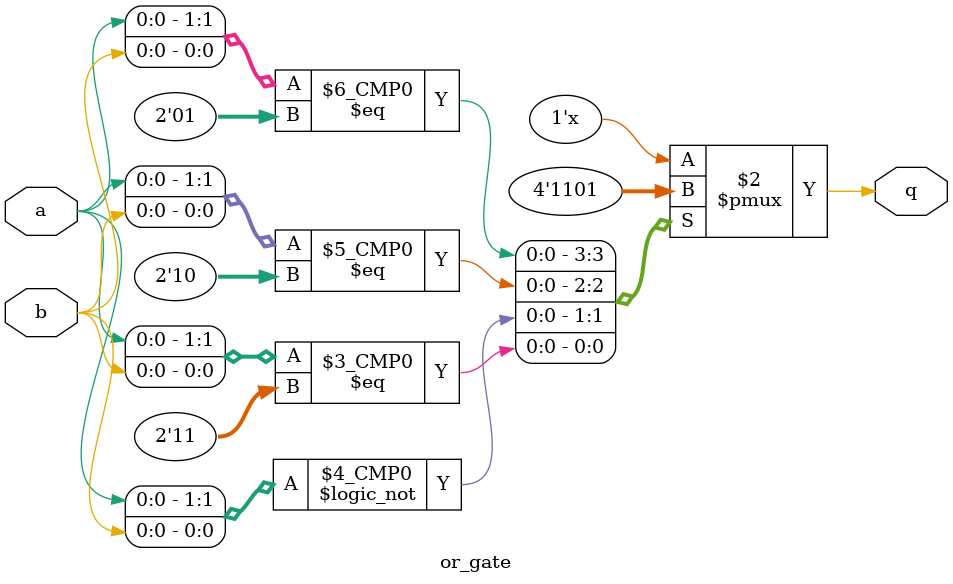
<source format=v>
module or_gate(
    input a, b,
    output reg q
    );

    always @(a, b) begin
        case ({a, b})
            2'b01 : q = 1;
            2'b10 : q = 1;
            2'b00 : q = 0;
            2'b11 : q = 1; 
        endcase
    end
endmodule
</source>
